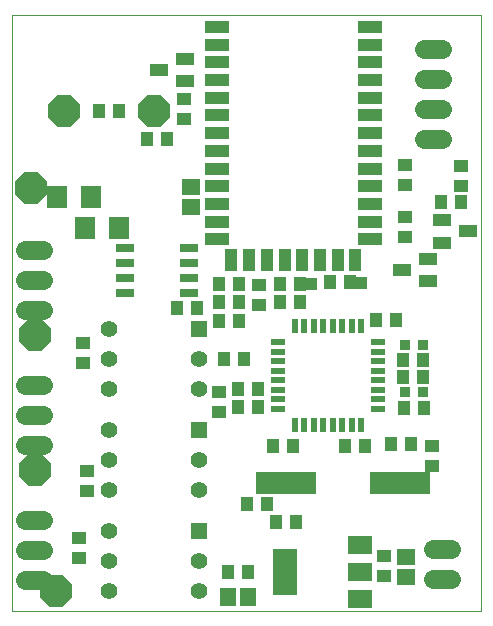
<source format=gts>
G75*
G70*
%OFA0B0*%
%FSLAX24Y24*%
%IPPOS*%
%LPD*%
%AMOC8*
5,1,8,0,0,1.08239X$1,22.5*
%
%ADD10C,0.0000*%
%ADD11R,0.0434X0.0473*%
%ADD12R,0.0631X0.0552*%
%ADD13R,0.0473X0.0434*%
%ADD14R,0.2040X0.0740*%
%ADD15C,0.0634*%
%ADD16R,0.0434X0.0434*%
%ADD17R,0.0355X0.0355*%
%ADD18R,0.0827X0.0434*%
%ADD19R,0.0434X0.0749*%
%ADD20R,0.0591X0.0434*%
%ADD21R,0.0670X0.0750*%
%ADD22R,0.0560X0.0560*%
%ADD23C,0.0560*%
%ADD24C,0.0640*%
%ADD25R,0.0640X0.0280*%
%ADD26OC8,0.1045*%
%ADD27R,0.0830X0.0630*%
%ADD28R,0.0830X0.1540*%
%ADD29OC8,0.1040*%
%ADD30R,0.0552X0.0631*%
%ADD31R,0.0197X0.0512*%
%ADD32R,0.0512X0.0197*%
D10*
X001569Y001508D02*
X001569Y021380D01*
X017226Y021380D01*
X017226Y001508D01*
X001569Y001508D01*
D11*
X008465Y011175D03*
X008465Y011800D03*
X008465Y012425D03*
X009135Y012425D03*
X009135Y011800D03*
X009135Y011175D03*
X009297Y009925D03*
X008628Y009925D03*
X009115Y008925D03*
X009115Y008300D03*
X009785Y008300D03*
X009785Y008925D03*
X010290Y007000D03*
X010960Y007000D03*
X010072Y005075D03*
X010390Y004463D03*
X011060Y004463D03*
X009403Y005075D03*
X009447Y002813D03*
X008778Y002813D03*
X012690Y007013D03*
X013360Y007013D03*
X014215Y007075D03*
X014885Y007075D03*
X014653Y008275D03*
X015322Y008275D03*
X015285Y009313D03*
X015285Y009863D03*
X014615Y009863D03*
X014615Y009313D03*
X014385Y011225D03*
X013715Y011225D03*
X012860Y012463D03*
X012190Y012463D03*
X011172Y012425D03*
X011185Y011800D03*
X010515Y011800D03*
X010503Y012425D03*
X007760Y011613D03*
X007090Y011613D03*
X006760Y017238D03*
X006090Y017238D03*
X005135Y018175D03*
X004465Y018175D03*
X015890Y015150D03*
X016560Y015150D03*
D12*
X014725Y003310D03*
X014725Y002641D03*
X007550Y014966D03*
X007550Y015635D03*
D13*
X007300Y017903D03*
X007300Y018572D03*
X009800Y012385D03*
X009800Y011716D03*
X008463Y008797D03*
X008463Y008128D03*
X004067Y006185D03*
X004067Y005516D03*
X003800Y003935D03*
X003800Y003266D03*
X003950Y009766D03*
X003950Y010435D03*
X013975Y003360D03*
X013975Y002691D03*
X015588Y006341D03*
X015588Y007010D03*
X014688Y013991D03*
X014688Y014660D03*
X014675Y015703D03*
X014675Y016372D03*
X016550Y016347D03*
X016550Y015678D03*
D14*
X014513Y005775D03*
X010713Y005775D03*
D15*
X015603Y003575D02*
X016197Y003575D01*
X016197Y002575D02*
X015603Y002575D01*
X015316Y017238D02*
X015909Y017238D01*
X015909Y018238D02*
X015316Y018238D01*
X015316Y019238D02*
X015909Y019238D01*
X015909Y020238D02*
X015316Y020238D01*
D16*
X013213Y012450D03*
X011538Y012425D03*
D17*
X014692Y010375D03*
X015283Y010375D03*
X015283Y008825D03*
X014692Y008825D03*
D18*
X013518Y013898D03*
X013518Y014488D03*
X013518Y015079D03*
X013518Y015669D03*
X013518Y016260D03*
X013518Y016850D03*
X013518Y017441D03*
X013518Y018031D03*
X013518Y018622D03*
X013518Y019213D03*
X013518Y019803D03*
X013518Y020394D03*
X013518Y020984D03*
X008400Y020984D03*
X008400Y020394D03*
X008400Y019803D03*
X008400Y019213D03*
X008400Y018622D03*
X008400Y018031D03*
X008400Y017441D03*
X008400Y016850D03*
X008400Y016260D03*
X008400Y015669D03*
X008400Y015079D03*
X008400Y014488D03*
X008400Y013898D03*
D19*
X008892Y013209D03*
X009483Y013209D03*
X010073Y013209D03*
X010664Y013209D03*
X011254Y013209D03*
X011845Y013209D03*
X012435Y013209D03*
X013026Y013209D03*
D20*
X014567Y012875D03*
X015433Y012501D03*
X015433Y013249D03*
X015917Y013789D03*
X015917Y014537D03*
X016783Y014163D03*
X007358Y019176D03*
X007358Y019924D03*
X006492Y019550D03*
D21*
X004210Y015300D03*
X004015Y014275D03*
X005135Y014275D03*
X003090Y015300D03*
D22*
X007800Y010925D03*
X007800Y007550D03*
X007800Y004175D03*
D23*
X007800Y003175D03*
X007800Y002175D03*
X007800Y005550D03*
X007800Y006550D03*
X007800Y008925D03*
X007800Y009925D03*
X004800Y009925D03*
X004800Y008925D03*
X004800Y007550D03*
X004800Y006550D03*
X004800Y005550D03*
X004800Y004175D03*
X004800Y003175D03*
X004800Y002175D03*
X004800Y010925D03*
D24*
X002600Y011550D02*
X002000Y011550D01*
X002000Y012550D02*
X002600Y012550D01*
X002600Y013550D02*
X002000Y013550D01*
X002000Y009050D02*
X002600Y009050D01*
X002600Y008050D02*
X002000Y008050D01*
X002000Y007050D02*
X002600Y007050D01*
X002600Y004550D02*
X002000Y004550D01*
X002000Y003550D02*
X002600Y003550D01*
X002600Y002550D02*
X002000Y002550D01*
D25*
X005330Y012125D03*
X005330Y012625D03*
X005330Y013125D03*
X005330Y013625D03*
X007470Y013625D03*
X007470Y013125D03*
X007470Y012625D03*
X007470Y012125D03*
D26*
X002350Y010725D03*
X002350Y006225D03*
X003038Y002163D03*
X002225Y015600D03*
D27*
X013165Y003710D03*
X013165Y002810D03*
X013165Y001910D03*
D28*
X010685Y002800D03*
D29*
X006300Y018175D03*
X003300Y018175D03*
D30*
X008778Y001988D03*
X009447Y001988D03*
D31*
X011010Y007699D03*
X011325Y007699D03*
X011640Y007699D03*
X011955Y007699D03*
X012270Y007699D03*
X012585Y007699D03*
X012900Y007699D03*
X013215Y007699D03*
X013215Y011026D03*
X012900Y011026D03*
X012585Y011026D03*
X012270Y011026D03*
X011955Y011026D03*
X011640Y011026D03*
X011325Y011026D03*
X011010Y011026D03*
D32*
X010449Y010465D03*
X010449Y010150D03*
X010449Y009835D03*
X010449Y009520D03*
X010449Y009205D03*
X010449Y008890D03*
X010449Y008575D03*
X010449Y008260D03*
X013776Y008260D03*
X013776Y008575D03*
X013776Y008890D03*
X013776Y009205D03*
X013776Y009520D03*
X013776Y009835D03*
X013776Y010150D03*
X013776Y010465D03*
M02*

</source>
